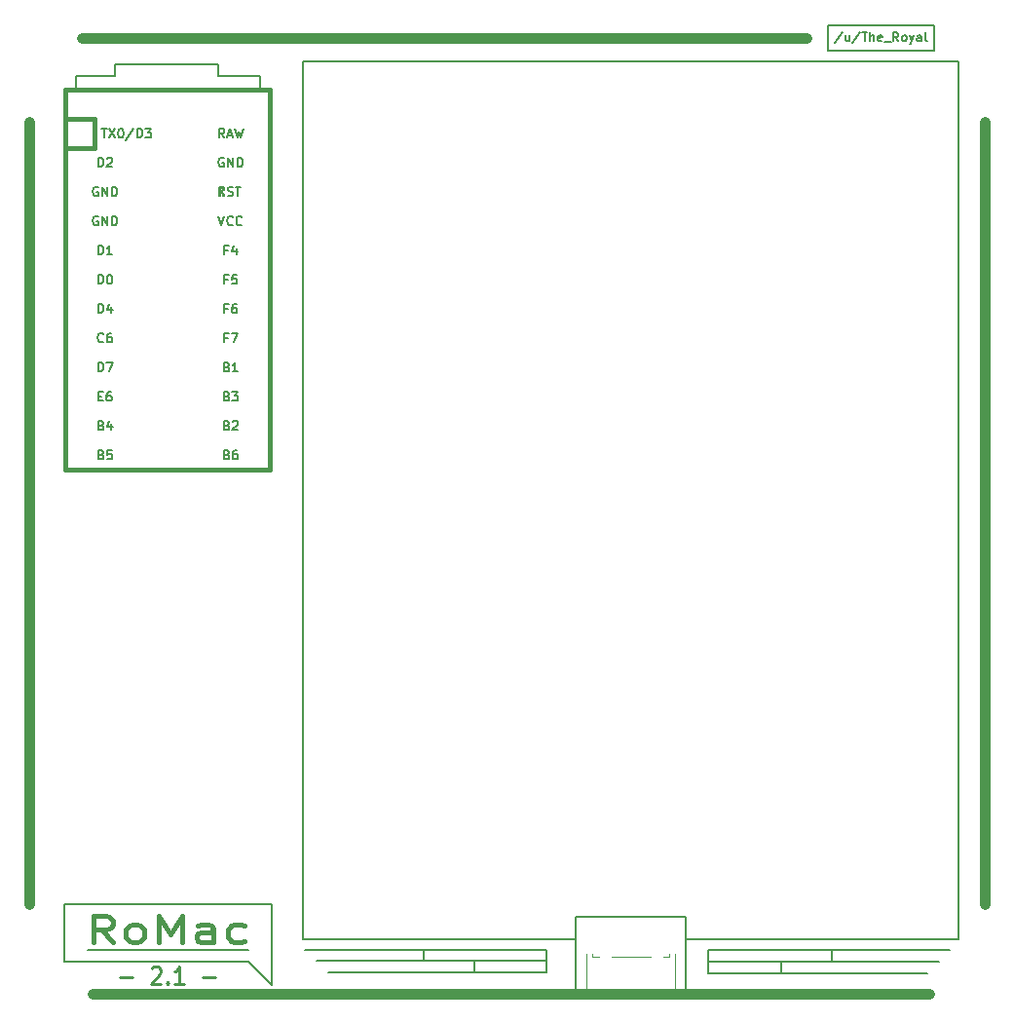
<source format=gbr>
G04 #@! TF.GenerationSoftware,KiCad,Pcbnew,(5.1.2)-1*
G04 #@! TF.CreationDate,2019-05-28T21:20:31-05:00*
G04 #@! TF.ProjectId,Main_PCB_MXALPSCHOC,4d61696e-5f50-4434-925f-4d58414c5053,rev?*
G04 #@! TF.SameCoordinates,Original*
G04 #@! TF.FileFunction,Legend,Top*
G04 #@! TF.FilePolarity,Positive*
%FSLAX46Y46*%
G04 Gerber Fmt 4.6, Leading zero omitted, Abs format (unit mm)*
G04 Created by KiCad (PCBNEW (5.1.2)-1) date 2019-05-28 21:20:31*
%MOMM*%
%LPD*%
G04 APERTURE LIST*
%ADD10C,0.200000*%
%ADD11C,0.962000*%
%ADD12C,0.248000*%
%ADD13C,0.140050*%
%ADD14C,0.453740*%
%ADD15C,0.381000*%
%ADD16C,0.100000*%
%ADD17C,0.150000*%
%ADD18C,0.120000*%
G04 APERTURE END LIST*
D10*
X47000000Y-56000000D02*
X47000000Y-57200000D01*
X63000000Y-56000000D02*
X63000000Y-57200000D01*
X50400000Y-55000000D02*
X50400000Y-56000000D01*
X59400000Y-55000000D02*
X50400000Y-55000000D01*
X59400000Y-56000000D02*
X59400000Y-55000000D01*
X50400000Y-56000000D02*
X47000000Y-56000000D01*
X63000000Y-56000000D02*
X59400000Y-56000000D01*
X87950000Y-132934560D02*
X67950000Y-132934560D01*
X87950000Y-131934560D02*
X66950000Y-131934560D01*
X81650000Y-132934560D02*
X81650000Y-133934560D01*
X77250000Y-131934560D02*
X77250000Y-132934560D01*
X87950000Y-131934560D02*
X87950000Y-133934560D01*
X87950000Y-133934560D02*
X68950000Y-133934560D01*
X123750000Y-131000000D02*
X100050000Y-131000000D01*
X66750000Y-131050000D02*
X90450000Y-131050000D01*
X112700000Y-132000000D02*
X112700000Y-133000000D01*
X108300000Y-133000000D02*
X108300000Y-134000000D01*
X102000000Y-132000000D02*
X102000000Y-134000000D01*
X102000000Y-134000000D02*
X121000000Y-134000000D01*
X102000000Y-133000000D02*
X122000000Y-133000000D01*
X102000000Y-132000000D02*
X123000000Y-132000000D01*
X100000000Y-129050000D02*
X100000000Y-135400000D01*
X90450000Y-129050000D02*
X100000000Y-129050000D01*
X90450000Y-135350000D02*
X90450000Y-129050000D01*
X123750000Y-54750000D02*
X123750000Y-131000000D01*
X66750000Y-54750000D02*
X123750000Y-54750000D01*
X66750000Y-131000000D02*
X66750000Y-54750000D01*
X48000000Y-132000000D02*
X62000000Y-132000000D01*
X46000000Y-133000000D02*
X48000000Y-133000000D01*
X46000000Y-128000000D02*
X46000000Y-133000000D01*
X47000000Y-128000000D02*
X46000000Y-128000000D01*
X64000000Y-128000000D02*
X47000000Y-128000000D01*
X64000000Y-133000000D02*
X64000000Y-128000000D01*
X64000000Y-135000000D02*
X64000000Y-133000000D01*
X62000000Y-133000000D02*
X64000000Y-135000000D01*
X48000000Y-133000000D02*
X62000000Y-133000000D01*
D11*
X126000000Y-60000000D02*
X126000000Y-128000000D01*
X43000000Y-60000000D02*
X43000000Y-128000000D01*
X47500000Y-52750000D02*
X110509400Y-52750000D01*
D12*
X50871390Y-134357140D02*
X51936840Y-134357140D01*
X53601600Y-133571430D02*
X53668190Y-133500000D01*
X53668190Y-133500000D02*
X53801370Y-133428570D01*
X53801370Y-133428570D02*
X54134320Y-133428570D01*
X54134320Y-133428570D02*
X54267500Y-133500000D01*
X54267500Y-133500000D02*
X54334100Y-133571430D01*
X54334100Y-133571430D02*
X54400690Y-133714290D01*
X54400690Y-133714290D02*
X54400690Y-133857140D01*
X54400690Y-133857140D02*
X54334100Y-134071430D01*
X54334100Y-134071430D02*
X53535010Y-134928570D01*
X53535010Y-134928570D02*
X54400690Y-134928570D01*
X55000000Y-134785710D02*
X55066590Y-134857140D01*
X55066590Y-134857140D02*
X55000000Y-134928570D01*
X55000000Y-134928570D02*
X54933410Y-134857140D01*
X54933410Y-134857140D02*
X55000000Y-134785710D01*
X55000000Y-134785710D02*
X55000000Y-134928570D01*
X56398400Y-134928570D02*
X55599310Y-134928570D01*
X55998860Y-134928570D02*
X55998860Y-133428570D01*
X55998860Y-133428570D02*
X55865680Y-133642860D01*
X55865680Y-133642860D02*
X55732500Y-133785710D01*
X55732500Y-133785710D02*
X55599310Y-133857140D01*
X58063160Y-134357140D02*
X59128610Y-134357140D01*
D10*
X112400000Y-51650000D02*
X112400000Y-53850000D01*
X121600000Y-51650000D02*
X112400000Y-51650000D01*
X121600000Y-53850000D02*
X121600000Y-51650000D01*
X112400000Y-53850000D02*
X121600000Y-53850000D01*
D13*
X113656990Y-52210710D02*
X112980880Y-53159570D01*
X114257980Y-52491860D02*
X114257980Y-52983860D01*
X113919920Y-52491860D02*
X113919920Y-52878430D01*
X113919920Y-52878430D02*
X113957490Y-52948710D01*
X113957490Y-52948710D02*
X114032610Y-52983860D01*
X114032610Y-52983860D02*
X114145300Y-52983860D01*
X114145300Y-52983860D02*
X114220420Y-52948710D01*
X114220420Y-52948710D02*
X114257980Y-52913570D01*
X115197030Y-52210710D02*
X114520910Y-53159570D01*
X115347280Y-52245860D02*
X115798020Y-52245860D01*
X115572650Y-52983860D02*
X115572650Y-52245860D01*
X116060950Y-52983860D02*
X116060950Y-52245860D01*
X116399010Y-52983860D02*
X116399010Y-52597290D01*
X116399010Y-52597290D02*
X116361450Y-52527000D01*
X116361450Y-52527000D02*
X116286320Y-52491860D01*
X116286320Y-52491860D02*
X116173640Y-52491860D01*
X116173640Y-52491860D02*
X116098510Y-52527000D01*
X116098510Y-52527000D02*
X116060950Y-52562140D01*
X117075120Y-52948710D02*
X117000000Y-52983860D01*
X117000000Y-52983860D02*
X116849750Y-52983860D01*
X116849750Y-52983860D02*
X116774630Y-52948710D01*
X116774630Y-52948710D02*
X116737070Y-52878430D01*
X116737070Y-52878430D02*
X116737070Y-52597290D01*
X116737070Y-52597290D02*
X116774630Y-52527000D01*
X116774630Y-52527000D02*
X116849750Y-52491860D01*
X116849750Y-52491860D02*
X117000000Y-52491860D01*
X117000000Y-52491860D02*
X117075120Y-52527000D01*
X117075120Y-52527000D02*
X117112690Y-52597290D01*
X117112690Y-52597290D02*
X117112690Y-52667570D01*
X117112690Y-52667570D02*
X116737070Y-52737860D01*
X117262930Y-53054140D02*
X117863920Y-53054140D01*
X118502480Y-52983860D02*
X118239540Y-52632430D01*
X118051730Y-52983860D02*
X118051730Y-52245860D01*
X118051730Y-52245860D02*
X118352230Y-52245860D01*
X118352230Y-52245860D02*
X118427350Y-52281000D01*
X118427350Y-52281000D02*
X118464910Y-52316140D01*
X118464910Y-52316140D02*
X118502480Y-52386430D01*
X118502480Y-52386430D02*
X118502480Y-52491860D01*
X118502480Y-52491860D02*
X118464910Y-52562140D01*
X118464910Y-52562140D02*
X118427350Y-52597290D01*
X118427350Y-52597290D02*
X118352230Y-52632430D01*
X118352230Y-52632430D02*
X118051730Y-52632430D01*
X118953220Y-52983860D02*
X118878100Y-52948710D01*
X118878100Y-52948710D02*
X118840530Y-52913570D01*
X118840530Y-52913570D02*
X118802970Y-52843290D01*
X118802970Y-52843290D02*
X118802970Y-52632430D01*
X118802970Y-52632430D02*
X118840530Y-52562140D01*
X118840530Y-52562140D02*
X118878100Y-52527000D01*
X118878100Y-52527000D02*
X118953220Y-52491860D01*
X118953220Y-52491860D02*
X119065900Y-52491860D01*
X119065900Y-52491860D02*
X119141030Y-52527000D01*
X119141030Y-52527000D02*
X119178590Y-52562140D01*
X119178590Y-52562140D02*
X119216150Y-52632430D01*
X119216150Y-52632430D02*
X119216150Y-52843290D01*
X119216150Y-52843290D02*
X119178590Y-52913570D01*
X119178590Y-52913570D02*
X119141030Y-52948710D01*
X119141030Y-52948710D02*
X119065900Y-52983860D01*
X119065900Y-52983860D02*
X118953220Y-52983860D01*
X119479090Y-52491860D02*
X119666900Y-52983860D01*
X119854700Y-52491860D02*
X119666900Y-52983860D01*
X119666900Y-52983860D02*
X119591770Y-53159570D01*
X119591770Y-53159570D02*
X119554210Y-53194710D01*
X119554210Y-53194710D02*
X119479090Y-53229860D01*
X120493260Y-52983860D02*
X120493260Y-52597290D01*
X120493260Y-52597290D02*
X120455700Y-52527000D01*
X120455700Y-52527000D02*
X120380570Y-52491860D01*
X120380570Y-52491860D02*
X120230320Y-52491860D01*
X120230320Y-52491860D02*
X120155200Y-52527000D01*
X120493260Y-52948710D02*
X120418130Y-52983860D01*
X120418130Y-52983860D02*
X120230320Y-52983860D01*
X120230320Y-52983860D02*
X120155200Y-52948710D01*
X120155200Y-52948710D02*
X120117640Y-52878430D01*
X120117640Y-52878430D02*
X120117640Y-52808140D01*
X120117640Y-52808140D02*
X120155200Y-52737860D01*
X120155200Y-52737860D02*
X120230320Y-52702710D01*
X120230320Y-52702710D02*
X120418130Y-52702710D01*
X120418130Y-52702710D02*
X120493260Y-52667570D01*
X120981560Y-52983860D02*
X120906440Y-52948710D01*
X120906440Y-52948710D02*
X120868880Y-52878430D01*
X120868880Y-52878430D02*
X120868880Y-52245860D01*
D11*
X48450000Y-135800000D02*
X121200000Y-135800000D01*
D14*
X50222370Y-131273290D02*
X49222840Y-130196140D01*
X48508880Y-131273290D02*
X48508880Y-129011290D01*
X48508880Y-129011290D02*
X49651210Y-129011290D01*
X49651210Y-129011290D02*
X49936790Y-129119000D01*
X49936790Y-129119000D02*
X50079580Y-129226710D01*
X50079580Y-129226710D02*
X50222370Y-129442140D01*
X50222370Y-129442140D02*
X50222370Y-129765290D01*
X50222370Y-129765290D02*
X50079580Y-129980710D01*
X50079580Y-129980710D02*
X49936790Y-130088430D01*
X49936790Y-130088430D02*
X49651210Y-130196140D01*
X49651210Y-130196140D02*
X48508880Y-130196140D01*
X51935850Y-131273290D02*
X51650270Y-131165570D01*
X51650270Y-131165570D02*
X51507480Y-131057860D01*
X51507480Y-131057860D02*
X51364690Y-130842430D01*
X51364690Y-130842430D02*
X51364690Y-130196140D01*
X51364690Y-130196140D02*
X51507480Y-129980710D01*
X51507480Y-129980710D02*
X51650270Y-129873000D01*
X51650270Y-129873000D02*
X51935850Y-129765290D01*
X51935850Y-129765290D02*
X52364230Y-129765290D01*
X52364230Y-129765290D02*
X52649810Y-129873000D01*
X52649810Y-129873000D02*
X52792600Y-129980710D01*
X52792600Y-129980710D02*
X52935390Y-130196140D01*
X52935390Y-130196140D02*
X52935390Y-130842430D01*
X52935390Y-130842430D02*
X52792600Y-131057860D01*
X52792600Y-131057860D02*
X52649810Y-131165570D01*
X52649810Y-131165570D02*
X52364230Y-131273290D01*
X52364230Y-131273290D02*
X51935850Y-131273290D01*
X54220500Y-131273290D02*
X54220500Y-129011290D01*
X54220500Y-129011290D02*
X55220040Y-130627000D01*
X55220040Y-130627000D02*
X56219570Y-129011290D01*
X56219570Y-129011290D02*
X56219570Y-131273290D01*
X58932590Y-131273290D02*
X58932590Y-130088430D01*
X58932590Y-130088430D02*
X58789800Y-129873000D01*
X58789800Y-129873000D02*
X58504220Y-129765290D01*
X58504220Y-129765290D02*
X57933050Y-129765290D01*
X57933050Y-129765290D02*
X57647470Y-129873000D01*
X58932590Y-131165570D02*
X58647010Y-131273290D01*
X58647010Y-131273290D02*
X57933050Y-131273290D01*
X57933050Y-131273290D02*
X57647470Y-131165570D01*
X57647470Y-131165570D02*
X57504680Y-130950140D01*
X57504680Y-130950140D02*
X57504680Y-130734710D01*
X57504680Y-130734710D02*
X57647470Y-130519290D01*
X57647470Y-130519290D02*
X57933050Y-130411570D01*
X57933050Y-130411570D02*
X58647010Y-130411570D01*
X58647010Y-130411570D02*
X58932590Y-130303860D01*
X61645610Y-131165570D02*
X61360030Y-131273290D01*
X61360030Y-131273290D02*
X60788860Y-131273290D01*
X60788860Y-131273290D02*
X60503280Y-131165570D01*
X60503280Y-131165570D02*
X60360490Y-131057860D01*
X60360490Y-131057860D02*
X60217700Y-130842430D01*
X60217700Y-130842430D02*
X60217700Y-130196140D01*
X60217700Y-130196140D02*
X60360490Y-129980710D01*
X60360490Y-129980710D02*
X60503280Y-129873000D01*
X60503280Y-129873000D02*
X60788860Y-129765290D01*
X60788860Y-129765290D02*
X61360030Y-129765290D01*
X61360030Y-129765290D02*
X61645610Y-129873000D01*
D15*
X46110000Y-59760000D02*
X46110000Y-90240000D01*
X46110000Y-90240000D02*
X63890000Y-90240000D01*
X63890000Y-90240000D02*
X63890000Y-59760000D01*
X48650000Y-59760000D02*
X48650000Y-62300000D01*
X48650000Y-62300000D02*
X46110000Y-62300000D01*
D16*
G36*
X59931570Y-65939360D02*
G01*
X59831570Y-65939360D01*
X59831570Y-65639360D01*
X59931570Y-65639360D01*
X59931570Y-65939360D01*
G37*
D17*
X59931570Y-65639360D02*
X59931570Y-65939360D01*
X59931570Y-65939360D02*
X59831570Y-65939360D01*
X59831570Y-65939360D02*
X59831570Y-65639360D01*
X59831570Y-65639360D02*
X59931570Y-65639360D01*
D16*
G36*
X59731570Y-66139360D02*
G01*
X59631570Y-66139360D01*
X59631570Y-66039360D01*
X59731570Y-66039360D01*
X59731570Y-66139360D01*
G37*
D17*
X59731570Y-66039360D02*
X59731570Y-66139360D01*
X59731570Y-66139360D02*
X59631570Y-66139360D01*
X59631570Y-66139360D02*
X59631570Y-66039360D01*
X59631570Y-66039360D02*
X59731570Y-66039360D01*
D16*
G36*
X59931570Y-65739360D02*
G01*
X59431570Y-65739360D01*
X59431570Y-65639360D01*
X59931570Y-65639360D01*
X59931570Y-65739360D01*
G37*
D17*
X59931570Y-65639360D02*
X59931570Y-65739360D01*
X59931570Y-65739360D02*
X59431570Y-65739360D01*
X59431570Y-65739360D02*
X59431570Y-65639360D01*
X59431570Y-65639360D02*
X59931570Y-65639360D01*
D16*
G36*
X59531570Y-66439360D02*
G01*
X59431570Y-66439360D01*
X59431570Y-65639360D01*
X59531570Y-65639360D01*
X59531570Y-66439360D01*
G37*
D17*
X59531570Y-65639360D02*
X59531570Y-66439360D01*
X59531570Y-66439360D02*
X59431570Y-66439360D01*
X59431570Y-66439360D02*
X59431570Y-65639360D01*
X59431570Y-65639360D02*
X59531570Y-65639360D01*
D16*
G36*
X59931570Y-66439360D02*
G01*
X59831570Y-66439360D01*
X59831570Y-66239360D01*
X59931570Y-66239360D01*
X59931570Y-66439360D01*
G37*
D17*
X59931570Y-66239360D02*
X59931570Y-66439360D01*
X59931570Y-66439360D02*
X59831570Y-66439360D01*
X59831570Y-66439360D02*
X59831570Y-66239360D01*
X59831570Y-66239360D02*
X59931570Y-66239360D01*
D15*
X63890000Y-59760000D02*
X63890000Y-57220000D01*
X63890000Y-57220000D02*
X46110000Y-57220000D01*
X46110000Y-57220000D02*
X46110000Y-59760000D01*
X48650000Y-59760000D02*
X46110000Y-59760000D01*
D18*
X98590000Y-132530000D02*
X98590000Y-132300000D01*
X99110000Y-136200000D02*
X91390000Y-136200000D01*
X91390000Y-136200000D02*
X91390000Y-132300000D01*
X99110000Y-136200000D02*
X99110000Y-132300000D01*
X91910000Y-132530000D02*
X91910000Y-132300000D01*
X92450000Y-132530000D02*
X91910000Y-132530000D01*
X98590000Y-132530000D02*
X98050000Y-132530000D01*
X96950000Y-132530000D02*
X93550000Y-132530000D01*
D17*
X60137190Y-86372860D02*
X60251480Y-86410950D01*
X60251480Y-86410950D02*
X60289570Y-86449050D01*
X60289570Y-86449050D02*
X60327670Y-86525240D01*
X60327670Y-86525240D02*
X60327670Y-86639520D01*
X60327670Y-86639520D02*
X60289570Y-86715710D01*
X60289570Y-86715710D02*
X60251480Y-86753810D01*
X60251480Y-86753810D02*
X60175290Y-86791900D01*
X60175290Y-86791900D02*
X59870520Y-86791900D01*
X59870520Y-86791900D02*
X59870520Y-85991900D01*
X59870520Y-85991900D02*
X60137190Y-85991900D01*
X60137190Y-85991900D02*
X60213380Y-86030000D01*
X60213380Y-86030000D02*
X60251480Y-86068100D01*
X60251480Y-86068100D02*
X60289570Y-86144290D01*
X60289570Y-86144290D02*
X60289570Y-86220480D01*
X60289570Y-86220480D02*
X60251480Y-86296670D01*
X60251480Y-86296670D02*
X60213380Y-86334760D01*
X60213380Y-86334760D02*
X60137190Y-86372860D01*
X60137190Y-86372860D02*
X59870520Y-86372860D01*
X60632430Y-86068100D02*
X60670520Y-86030000D01*
X60670520Y-86030000D02*
X60746710Y-85991900D01*
X60746710Y-85991900D02*
X60937190Y-85991900D01*
X60937190Y-85991900D02*
X61013380Y-86030000D01*
X61013380Y-86030000D02*
X61051480Y-86068100D01*
X61051480Y-86068100D02*
X61089570Y-86144290D01*
X61089570Y-86144290D02*
X61089570Y-86220480D01*
X61089570Y-86220480D02*
X61051480Y-86334760D01*
X61051480Y-86334760D02*
X60594330Y-86791900D01*
X60594330Y-86791900D02*
X61089570Y-86791900D01*
X60194330Y-78752860D02*
X59927670Y-78752860D01*
X59927670Y-79171900D02*
X59927670Y-78371900D01*
X59927670Y-78371900D02*
X60308620Y-78371900D01*
X60537190Y-78371900D02*
X61070520Y-78371900D01*
X61070520Y-78371900D02*
X60727670Y-79171900D01*
X60194330Y-76212860D02*
X59927670Y-76212860D01*
X59927670Y-76631900D02*
X59927670Y-75831900D01*
X59927670Y-75831900D02*
X60308620Y-75831900D01*
X60956240Y-75831900D02*
X60803860Y-75831900D01*
X60803860Y-75831900D02*
X60727670Y-75870000D01*
X60727670Y-75870000D02*
X60689570Y-75908100D01*
X60689570Y-75908100D02*
X60613380Y-76022380D01*
X60613380Y-76022380D02*
X60575290Y-76174760D01*
X60575290Y-76174760D02*
X60575290Y-76479520D01*
X60575290Y-76479520D02*
X60613380Y-76555710D01*
X60613380Y-76555710D02*
X60651480Y-76593810D01*
X60651480Y-76593810D02*
X60727670Y-76631900D01*
X60727670Y-76631900D02*
X60880050Y-76631900D01*
X60880050Y-76631900D02*
X60956240Y-76593810D01*
X60956240Y-76593810D02*
X60994330Y-76555710D01*
X60994330Y-76555710D02*
X61032430Y-76479520D01*
X61032430Y-76479520D02*
X61032430Y-76289050D01*
X61032430Y-76289050D02*
X60994330Y-76212860D01*
X60994330Y-76212860D02*
X60956240Y-76174760D01*
X60956240Y-76174760D02*
X60880050Y-76136670D01*
X60880050Y-76136670D02*
X60727670Y-76136670D01*
X60727670Y-76136670D02*
X60651480Y-76174760D01*
X60651480Y-76174760D02*
X60613380Y-76212860D01*
X60613380Y-76212860D02*
X60575290Y-76289050D01*
X60194330Y-73672860D02*
X59927670Y-73672860D01*
X59927670Y-74091900D02*
X59927670Y-73291900D01*
X59927670Y-73291900D02*
X60308620Y-73291900D01*
X60994330Y-73291900D02*
X60613380Y-73291900D01*
X60613380Y-73291900D02*
X60575290Y-73672860D01*
X60575290Y-73672860D02*
X60613380Y-73634760D01*
X60613380Y-73634760D02*
X60689570Y-73596670D01*
X60689570Y-73596670D02*
X60880050Y-73596670D01*
X60880050Y-73596670D02*
X60956240Y-73634760D01*
X60956240Y-73634760D02*
X60994330Y-73672860D01*
X60994330Y-73672860D02*
X61032430Y-73749050D01*
X61032430Y-73749050D02*
X61032430Y-73939520D01*
X61032430Y-73939520D02*
X60994330Y-74015710D01*
X60994330Y-74015710D02*
X60956240Y-74053810D01*
X60956240Y-74053810D02*
X60880050Y-74091900D01*
X60880050Y-74091900D02*
X60689570Y-74091900D01*
X60689570Y-74091900D02*
X60613380Y-74053810D01*
X60613380Y-74053810D02*
X60575290Y-74015710D01*
X59908620Y-61391900D02*
X59641950Y-61010950D01*
X59451480Y-61391900D02*
X59451480Y-60591900D01*
X59451480Y-60591900D02*
X59756240Y-60591900D01*
X59756240Y-60591900D02*
X59832430Y-60630000D01*
X59832430Y-60630000D02*
X59870520Y-60668100D01*
X59870520Y-60668100D02*
X59908620Y-60744290D01*
X59908620Y-60744290D02*
X59908620Y-60858570D01*
X59908620Y-60858570D02*
X59870520Y-60934760D01*
X59870520Y-60934760D02*
X59832430Y-60972860D01*
X59832430Y-60972860D02*
X59756240Y-61010950D01*
X59756240Y-61010950D02*
X59451480Y-61010950D01*
X60213380Y-61163330D02*
X60594330Y-61163330D01*
X60137190Y-61391900D02*
X60403860Y-60591900D01*
X60403860Y-60591900D02*
X60670520Y-61391900D01*
X60861000Y-60591900D02*
X61051480Y-61391900D01*
X61051480Y-61391900D02*
X61203860Y-60820480D01*
X61203860Y-60820480D02*
X61356240Y-61391900D01*
X61356240Y-61391900D02*
X61546710Y-60591900D01*
X59851480Y-63170000D02*
X59775290Y-63131900D01*
X59775290Y-63131900D02*
X59661000Y-63131900D01*
X59661000Y-63131900D02*
X59546710Y-63170000D01*
X59546710Y-63170000D02*
X59470520Y-63246190D01*
X59470520Y-63246190D02*
X59432430Y-63322380D01*
X59432430Y-63322380D02*
X59394330Y-63474760D01*
X59394330Y-63474760D02*
X59394330Y-63589050D01*
X59394330Y-63589050D02*
X59432430Y-63741430D01*
X59432430Y-63741430D02*
X59470520Y-63817620D01*
X59470520Y-63817620D02*
X59546710Y-63893810D01*
X59546710Y-63893810D02*
X59661000Y-63931900D01*
X59661000Y-63931900D02*
X59737190Y-63931900D01*
X59737190Y-63931900D02*
X59851480Y-63893810D01*
X59851480Y-63893810D02*
X59889570Y-63855710D01*
X59889570Y-63855710D02*
X59889570Y-63589050D01*
X59889570Y-63589050D02*
X59737190Y-63589050D01*
X60232430Y-63931900D02*
X60232430Y-63131900D01*
X60232430Y-63131900D02*
X60689570Y-63931900D01*
X60689570Y-63931900D02*
X60689570Y-63131900D01*
X61070520Y-63931900D02*
X61070520Y-63131900D01*
X61070520Y-63131900D02*
X61261000Y-63131900D01*
X61261000Y-63131900D02*
X61375290Y-63170000D01*
X61375290Y-63170000D02*
X61451480Y-63246190D01*
X61451480Y-63246190D02*
X61489570Y-63322380D01*
X61489570Y-63322380D02*
X61527670Y-63474760D01*
X61527670Y-63474760D02*
X61527670Y-63589050D01*
X61527670Y-63589050D02*
X61489570Y-63741430D01*
X61489570Y-63741430D02*
X61451480Y-63817620D01*
X61451480Y-63817620D02*
X61375290Y-63893810D01*
X61375290Y-63893810D02*
X61261000Y-63931900D01*
X61261000Y-63931900D02*
X61070520Y-63931900D01*
X60199790Y-66403810D02*
X60314070Y-66441900D01*
X60314070Y-66441900D02*
X60504550Y-66441900D01*
X60504550Y-66441900D02*
X60580740Y-66403810D01*
X60580740Y-66403810D02*
X60618830Y-66365710D01*
X60618830Y-66365710D02*
X60656930Y-66289520D01*
X60656930Y-66289520D02*
X60656930Y-66213330D01*
X60656930Y-66213330D02*
X60618830Y-66137140D01*
X60618830Y-66137140D02*
X60580740Y-66099050D01*
X60580740Y-66099050D02*
X60504550Y-66060950D01*
X60504550Y-66060950D02*
X60352170Y-66022860D01*
X60352170Y-66022860D02*
X60275980Y-65984760D01*
X60275980Y-65984760D02*
X60237880Y-65946670D01*
X60237880Y-65946670D02*
X60199790Y-65870480D01*
X60199790Y-65870480D02*
X60199790Y-65794290D01*
X60199790Y-65794290D02*
X60237880Y-65718100D01*
X60237880Y-65718100D02*
X60275980Y-65680000D01*
X60275980Y-65680000D02*
X60352170Y-65641900D01*
X60352170Y-65641900D02*
X60542640Y-65641900D01*
X60542640Y-65641900D02*
X60656930Y-65680000D01*
X60885500Y-65641900D02*
X61342640Y-65641900D01*
X61114070Y-66441900D02*
X61114070Y-65641900D01*
X59394330Y-68211900D02*
X59661000Y-69011900D01*
X59661000Y-69011900D02*
X59927670Y-68211900D01*
X60651480Y-68935710D02*
X60613380Y-68973810D01*
X60613380Y-68973810D02*
X60499100Y-69011900D01*
X60499100Y-69011900D02*
X60422900Y-69011900D01*
X60422900Y-69011900D02*
X60308620Y-68973810D01*
X60308620Y-68973810D02*
X60232430Y-68897620D01*
X60232430Y-68897620D02*
X60194330Y-68821430D01*
X60194330Y-68821430D02*
X60156240Y-68669050D01*
X60156240Y-68669050D02*
X60156240Y-68554760D01*
X60156240Y-68554760D02*
X60194330Y-68402380D01*
X60194330Y-68402380D02*
X60232430Y-68326190D01*
X60232430Y-68326190D02*
X60308620Y-68250000D01*
X60308620Y-68250000D02*
X60422900Y-68211900D01*
X60422900Y-68211900D02*
X60499100Y-68211900D01*
X60499100Y-68211900D02*
X60613380Y-68250000D01*
X60613380Y-68250000D02*
X60651480Y-68288100D01*
X61451480Y-68935710D02*
X61413380Y-68973810D01*
X61413380Y-68973810D02*
X61299100Y-69011900D01*
X61299100Y-69011900D02*
X61222900Y-69011900D01*
X61222900Y-69011900D02*
X61108620Y-68973810D01*
X61108620Y-68973810D02*
X61032430Y-68897620D01*
X61032430Y-68897620D02*
X60994330Y-68821430D01*
X60994330Y-68821430D02*
X60956240Y-68669050D01*
X60956240Y-68669050D02*
X60956240Y-68554760D01*
X60956240Y-68554760D02*
X60994330Y-68402380D01*
X60994330Y-68402380D02*
X61032430Y-68326190D01*
X61032430Y-68326190D02*
X61108620Y-68250000D01*
X61108620Y-68250000D02*
X61222900Y-68211900D01*
X61222900Y-68211900D02*
X61299100Y-68211900D01*
X61299100Y-68211900D02*
X61413380Y-68250000D01*
X61413380Y-68250000D02*
X61451480Y-68288100D01*
X60194330Y-71132860D02*
X59927670Y-71132860D01*
X59927670Y-71551900D02*
X59927670Y-70751900D01*
X59927670Y-70751900D02*
X60308620Y-70751900D01*
X60956240Y-71018570D02*
X60956240Y-71551900D01*
X60765760Y-70713810D02*
X60575290Y-71285240D01*
X60575290Y-71285240D02*
X61070520Y-71285240D01*
X60137190Y-81292860D02*
X60251480Y-81330950D01*
X60251480Y-81330950D02*
X60289570Y-81369050D01*
X60289570Y-81369050D02*
X60327670Y-81445240D01*
X60327670Y-81445240D02*
X60327670Y-81559520D01*
X60327670Y-81559520D02*
X60289570Y-81635710D01*
X60289570Y-81635710D02*
X60251480Y-81673810D01*
X60251480Y-81673810D02*
X60175290Y-81711900D01*
X60175290Y-81711900D02*
X59870520Y-81711900D01*
X59870520Y-81711900D02*
X59870520Y-80911900D01*
X59870520Y-80911900D02*
X60137190Y-80911900D01*
X60137190Y-80911900D02*
X60213380Y-80950000D01*
X60213380Y-80950000D02*
X60251480Y-80988100D01*
X60251480Y-80988100D02*
X60289570Y-81064290D01*
X60289570Y-81064290D02*
X60289570Y-81140480D01*
X60289570Y-81140480D02*
X60251480Y-81216670D01*
X60251480Y-81216670D02*
X60213380Y-81254760D01*
X60213380Y-81254760D02*
X60137190Y-81292860D01*
X60137190Y-81292860D02*
X59870520Y-81292860D01*
X61089570Y-81711900D02*
X60632430Y-81711900D01*
X60861000Y-81711900D02*
X60861000Y-80911900D01*
X60861000Y-80911900D02*
X60784810Y-81026190D01*
X60784810Y-81026190D02*
X60708620Y-81102380D01*
X60708620Y-81102380D02*
X60632430Y-81140480D01*
X60137190Y-83832860D02*
X60251480Y-83870950D01*
X60251480Y-83870950D02*
X60289570Y-83909050D01*
X60289570Y-83909050D02*
X60327670Y-83985240D01*
X60327670Y-83985240D02*
X60327670Y-84099520D01*
X60327670Y-84099520D02*
X60289570Y-84175710D01*
X60289570Y-84175710D02*
X60251480Y-84213810D01*
X60251480Y-84213810D02*
X60175290Y-84251900D01*
X60175290Y-84251900D02*
X59870520Y-84251900D01*
X59870520Y-84251900D02*
X59870520Y-83451900D01*
X59870520Y-83451900D02*
X60137190Y-83451900D01*
X60137190Y-83451900D02*
X60213380Y-83490000D01*
X60213380Y-83490000D02*
X60251480Y-83528100D01*
X60251480Y-83528100D02*
X60289570Y-83604290D01*
X60289570Y-83604290D02*
X60289570Y-83680480D01*
X60289570Y-83680480D02*
X60251480Y-83756670D01*
X60251480Y-83756670D02*
X60213380Y-83794760D01*
X60213380Y-83794760D02*
X60137190Y-83832860D01*
X60137190Y-83832860D02*
X59870520Y-83832860D01*
X60594330Y-83451900D02*
X61089570Y-83451900D01*
X61089570Y-83451900D02*
X60822900Y-83756670D01*
X60822900Y-83756670D02*
X60937190Y-83756670D01*
X60937190Y-83756670D02*
X61013380Y-83794760D01*
X61013380Y-83794760D02*
X61051480Y-83832860D01*
X61051480Y-83832860D02*
X61089570Y-83909050D01*
X61089570Y-83909050D02*
X61089570Y-84099520D01*
X61089570Y-84099520D02*
X61051480Y-84175710D01*
X61051480Y-84175710D02*
X61013380Y-84213810D01*
X61013380Y-84213810D02*
X60937190Y-84251900D01*
X60937190Y-84251900D02*
X60708620Y-84251900D01*
X60708620Y-84251900D02*
X60632430Y-84213810D01*
X60632430Y-84213810D02*
X60594330Y-84175710D01*
X60137190Y-88912860D02*
X60251480Y-88950950D01*
X60251480Y-88950950D02*
X60289570Y-88989050D01*
X60289570Y-88989050D02*
X60327670Y-89065240D01*
X60327670Y-89065240D02*
X60327670Y-89179520D01*
X60327670Y-89179520D02*
X60289570Y-89255710D01*
X60289570Y-89255710D02*
X60251480Y-89293810D01*
X60251480Y-89293810D02*
X60175290Y-89331900D01*
X60175290Y-89331900D02*
X59870520Y-89331900D01*
X59870520Y-89331900D02*
X59870520Y-88531900D01*
X59870520Y-88531900D02*
X60137190Y-88531900D01*
X60137190Y-88531900D02*
X60213380Y-88570000D01*
X60213380Y-88570000D02*
X60251480Y-88608100D01*
X60251480Y-88608100D02*
X60289570Y-88684290D01*
X60289570Y-88684290D02*
X60289570Y-88760480D01*
X60289570Y-88760480D02*
X60251480Y-88836670D01*
X60251480Y-88836670D02*
X60213380Y-88874760D01*
X60213380Y-88874760D02*
X60137190Y-88912860D01*
X60137190Y-88912860D02*
X59870520Y-88912860D01*
X61013380Y-88531900D02*
X60861000Y-88531900D01*
X60861000Y-88531900D02*
X60784810Y-88570000D01*
X60784810Y-88570000D02*
X60746710Y-88608100D01*
X60746710Y-88608100D02*
X60670520Y-88722380D01*
X60670520Y-88722380D02*
X60632430Y-88874760D01*
X60632430Y-88874760D02*
X60632430Y-89179520D01*
X60632430Y-89179520D02*
X60670520Y-89255710D01*
X60670520Y-89255710D02*
X60708620Y-89293810D01*
X60708620Y-89293810D02*
X60784810Y-89331900D01*
X60784810Y-89331900D02*
X60937190Y-89331900D01*
X60937190Y-89331900D02*
X61013380Y-89293810D01*
X61013380Y-89293810D02*
X61051480Y-89255710D01*
X61051480Y-89255710D02*
X61089570Y-89179520D01*
X61089570Y-89179520D02*
X61089570Y-88989050D01*
X61089570Y-88989050D02*
X61051480Y-88912860D01*
X61051480Y-88912860D02*
X61013380Y-88874760D01*
X61013380Y-88874760D02*
X60937190Y-88836670D01*
X60937190Y-88836670D02*
X60784810Y-88836670D01*
X60784810Y-88836670D02*
X60708620Y-88874760D01*
X60708620Y-88874760D02*
X60670520Y-88912860D01*
X60670520Y-88912860D02*
X60632430Y-88989050D01*
X49215190Y-88912860D02*
X49329480Y-88950950D01*
X49329480Y-88950950D02*
X49367570Y-88989050D01*
X49367570Y-88989050D02*
X49405670Y-89065240D01*
X49405670Y-89065240D02*
X49405670Y-89179520D01*
X49405670Y-89179520D02*
X49367570Y-89255710D01*
X49367570Y-89255710D02*
X49329480Y-89293810D01*
X49329480Y-89293810D02*
X49253290Y-89331900D01*
X49253290Y-89331900D02*
X48948520Y-89331900D01*
X48948520Y-89331900D02*
X48948520Y-88531900D01*
X48948520Y-88531900D02*
X49215190Y-88531900D01*
X49215190Y-88531900D02*
X49291380Y-88570000D01*
X49291380Y-88570000D02*
X49329480Y-88608100D01*
X49329480Y-88608100D02*
X49367570Y-88684290D01*
X49367570Y-88684290D02*
X49367570Y-88760480D01*
X49367570Y-88760480D02*
X49329480Y-88836670D01*
X49329480Y-88836670D02*
X49291380Y-88874760D01*
X49291380Y-88874760D02*
X49215190Y-88912860D01*
X49215190Y-88912860D02*
X48948520Y-88912860D01*
X50129480Y-88531900D02*
X49748520Y-88531900D01*
X49748520Y-88531900D02*
X49710430Y-88912860D01*
X49710430Y-88912860D02*
X49748520Y-88874760D01*
X49748520Y-88874760D02*
X49824710Y-88836670D01*
X49824710Y-88836670D02*
X50015190Y-88836670D01*
X50015190Y-88836670D02*
X50091380Y-88874760D01*
X50091380Y-88874760D02*
X50129480Y-88912860D01*
X50129480Y-88912860D02*
X50167570Y-88989050D01*
X50167570Y-88989050D02*
X50167570Y-89179520D01*
X50167570Y-89179520D02*
X50129480Y-89255710D01*
X50129480Y-89255710D02*
X50091380Y-89293810D01*
X50091380Y-89293810D02*
X50015190Y-89331900D01*
X50015190Y-89331900D02*
X49824710Y-89331900D01*
X49824710Y-89331900D02*
X49748520Y-89293810D01*
X49748520Y-89293810D02*
X49710430Y-89255710D01*
X49215190Y-86372860D02*
X49329480Y-86410950D01*
X49329480Y-86410950D02*
X49367570Y-86449050D01*
X49367570Y-86449050D02*
X49405670Y-86525240D01*
X49405670Y-86525240D02*
X49405670Y-86639520D01*
X49405670Y-86639520D02*
X49367570Y-86715710D01*
X49367570Y-86715710D02*
X49329480Y-86753810D01*
X49329480Y-86753810D02*
X49253290Y-86791900D01*
X49253290Y-86791900D02*
X48948520Y-86791900D01*
X48948520Y-86791900D02*
X48948520Y-85991900D01*
X48948520Y-85991900D02*
X49215190Y-85991900D01*
X49215190Y-85991900D02*
X49291380Y-86030000D01*
X49291380Y-86030000D02*
X49329480Y-86068100D01*
X49329480Y-86068100D02*
X49367570Y-86144290D01*
X49367570Y-86144290D02*
X49367570Y-86220480D01*
X49367570Y-86220480D02*
X49329480Y-86296670D01*
X49329480Y-86296670D02*
X49291380Y-86334760D01*
X49291380Y-86334760D02*
X49215190Y-86372860D01*
X49215190Y-86372860D02*
X48948520Y-86372860D01*
X50091380Y-86258570D02*
X50091380Y-86791900D01*
X49900900Y-85953810D02*
X49710430Y-86525240D01*
X49710430Y-86525240D02*
X50205670Y-86525240D01*
X48986620Y-83832860D02*
X49253290Y-83832860D01*
X49367570Y-84251900D02*
X48986620Y-84251900D01*
X48986620Y-84251900D02*
X48986620Y-83451900D01*
X48986620Y-83451900D02*
X49367570Y-83451900D01*
X50053290Y-83451900D02*
X49900900Y-83451900D01*
X49900900Y-83451900D02*
X49824710Y-83490000D01*
X49824710Y-83490000D02*
X49786620Y-83528100D01*
X49786620Y-83528100D02*
X49710430Y-83642380D01*
X49710430Y-83642380D02*
X49672330Y-83794760D01*
X49672330Y-83794760D02*
X49672330Y-84099520D01*
X49672330Y-84099520D02*
X49710430Y-84175710D01*
X49710430Y-84175710D02*
X49748520Y-84213810D01*
X49748520Y-84213810D02*
X49824710Y-84251900D01*
X49824710Y-84251900D02*
X49977100Y-84251900D01*
X49977100Y-84251900D02*
X50053290Y-84213810D01*
X50053290Y-84213810D02*
X50091380Y-84175710D01*
X50091380Y-84175710D02*
X50129480Y-84099520D01*
X50129480Y-84099520D02*
X50129480Y-83909050D01*
X50129480Y-83909050D02*
X50091380Y-83832860D01*
X50091380Y-83832860D02*
X50053290Y-83794760D01*
X50053290Y-83794760D02*
X49977100Y-83756670D01*
X49977100Y-83756670D02*
X49824710Y-83756670D01*
X49824710Y-83756670D02*
X49748520Y-83794760D01*
X49748520Y-83794760D02*
X49710430Y-83832860D01*
X49710430Y-83832860D02*
X49672330Y-83909050D01*
X48948520Y-81711900D02*
X48948520Y-80911900D01*
X48948520Y-80911900D02*
X49139000Y-80911900D01*
X49139000Y-80911900D02*
X49253290Y-80950000D01*
X49253290Y-80950000D02*
X49329480Y-81026190D01*
X49329480Y-81026190D02*
X49367570Y-81102380D01*
X49367570Y-81102380D02*
X49405670Y-81254760D01*
X49405670Y-81254760D02*
X49405670Y-81369050D01*
X49405670Y-81369050D02*
X49367570Y-81521430D01*
X49367570Y-81521430D02*
X49329480Y-81597620D01*
X49329480Y-81597620D02*
X49253290Y-81673810D01*
X49253290Y-81673810D02*
X49139000Y-81711900D01*
X49139000Y-81711900D02*
X48948520Y-81711900D01*
X49672330Y-80911900D02*
X50205670Y-80911900D01*
X50205670Y-80911900D02*
X49862810Y-81711900D01*
X49405670Y-79095710D02*
X49367570Y-79133810D01*
X49367570Y-79133810D02*
X49253290Y-79171900D01*
X49253290Y-79171900D02*
X49177100Y-79171900D01*
X49177100Y-79171900D02*
X49062810Y-79133810D01*
X49062810Y-79133810D02*
X48986620Y-79057620D01*
X48986620Y-79057620D02*
X48948520Y-78981430D01*
X48948520Y-78981430D02*
X48910430Y-78829050D01*
X48910430Y-78829050D02*
X48910430Y-78714760D01*
X48910430Y-78714760D02*
X48948520Y-78562380D01*
X48948520Y-78562380D02*
X48986620Y-78486190D01*
X48986620Y-78486190D02*
X49062810Y-78410000D01*
X49062810Y-78410000D02*
X49177100Y-78371900D01*
X49177100Y-78371900D02*
X49253290Y-78371900D01*
X49253290Y-78371900D02*
X49367570Y-78410000D01*
X49367570Y-78410000D02*
X49405670Y-78448100D01*
X50091380Y-78371900D02*
X49939000Y-78371900D01*
X49939000Y-78371900D02*
X49862810Y-78410000D01*
X49862810Y-78410000D02*
X49824710Y-78448100D01*
X49824710Y-78448100D02*
X49748520Y-78562380D01*
X49748520Y-78562380D02*
X49710430Y-78714760D01*
X49710430Y-78714760D02*
X49710430Y-79019520D01*
X49710430Y-79019520D02*
X49748520Y-79095710D01*
X49748520Y-79095710D02*
X49786620Y-79133810D01*
X49786620Y-79133810D02*
X49862810Y-79171900D01*
X49862810Y-79171900D02*
X50015190Y-79171900D01*
X50015190Y-79171900D02*
X50091380Y-79133810D01*
X50091380Y-79133810D02*
X50129480Y-79095710D01*
X50129480Y-79095710D02*
X50167570Y-79019520D01*
X50167570Y-79019520D02*
X50167570Y-78829050D01*
X50167570Y-78829050D02*
X50129480Y-78752860D01*
X50129480Y-78752860D02*
X50091380Y-78714760D01*
X50091380Y-78714760D02*
X50015190Y-78676670D01*
X50015190Y-78676670D02*
X49862810Y-78676670D01*
X49862810Y-78676670D02*
X49786620Y-78714760D01*
X49786620Y-78714760D02*
X49748520Y-78752860D01*
X49748520Y-78752860D02*
X49710430Y-78829050D01*
X48948520Y-76631900D02*
X48948520Y-75831900D01*
X48948520Y-75831900D02*
X49139000Y-75831900D01*
X49139000Y-75831900D02*
X49253290Y-75870000D01*
X49253290Y-75870000D02*
X49329480Y-75946190D01*
X49329480Y-75946190D02*
X49367570Y-76022380D01*
X49367570Y-76022380D02*
X49405670Y-76174760D01*
X49405670Y-76174760D02*
X49405670Y-76289050D01*
X49405670Y-76289050D02*
X49367570Y-76441430D01*
X49367570Y-76441430D02*
X49329480Y-76517620D01*
X49329480Y-76517620D02*
X49253290Y-76593810D01*
X49253290Y-76593810D02*
X49139000Y-76631900D01*
X49139000Y-76631900D02*
X48948520Y-76631900D01*
X50091380Y-76098570D02*
X50091380Y-76631900D01*
X49900900Y-75793810D02*
X49710430Y-76365240D01*
X49710430Y-76365240D02*
X50205670Y-76365240D01*
X48929480Y-65710000D02*
X48853290Y-65671900D01*
X48853290Y-65671900D02*
X48739000Y-65671900D01*
X48739000Y-65671900D02*
X48624710Y-65710000D01*
X48624710Y-65710000D02*
X48548520Y-65786190D01*
X48548520Y-65786190D02*
X48510430Y-65862380D01*
X48510430Y-65862380D02*
X48472330Y-66014760D01*
X48472330Y-66014760D02*
X48472330Y-66129050D01*
X48472330Y-66129050D02*
X48510430Y-66281430D01*
X48510430Y-66281430D02*
X48548520Y-66357620D01*
X48548520Y-66357620D02*
X48624710Y-66433810D01*
X48624710Y-66433810D02*
X48739000Y-66471900D01*
X48739000Y-66471900D02*
X48815190Y-66471900D01*
X48815190Y-66471900D02*
X48929480Y-66433810D01*
X48929480Y-66433810D02*
X48967570Y-66395710D01*
X48967570Y-66395710D02*
X48967570Y-66129050D01*
X48967570Y-66129050D02*
X48815190Y-66129050D01*
X49310430Y-66471900D02*
X49310430Y-65671900D01*
X49310430Y-65671900D02*
X49767570Y-66471900D01*
X49767570Y-66471900D02*
X49767570Y-65671900D01*
X50148520Y-66471900D02*
X50148520Y-65671900D01*
X50148520Y-65671900D02*
X50339000Y-65671900D01*
X50339000Y-65671900D02*
X50453290Y-65710000D01*
X50453290Y-65710000D02*
X50529480Y-65786190D01*
X50529480Y-65786190D02*
X50567570Y-65862380D01*
X50567570Y-65862380D02*
X50605670Y-66014760D01*
X50605670Y-66014760D02*
X50605670Y-66129050D01*
X50605670Y-66129050D02*
X50567570Y-66281430D01*
X50567570Y-66281430D02*
X50529480Y-66357620D01*
X50529480Y-66357620D02*
X50453290Y-66433810D01*
X50453290Y-66433810D02*
X50339000Y-66471900D01*
X50339000Y-66471900D02*
X50148520Y-66471900D01*
X48929480Y-68250000D02*
X48853290Y-68211900D01*
X48853290Y-68211900D02*
X48739000Y-68211900D01*
X48739000Y-68211900D02*
X48624710Y-68250000D01*
X48624710Y-68250000D02*
X48548520Y-68326190D01*
X48548520Y-68326190D02*
X48510430Y-68402380D01*
X48510430Y-68402380D02*
X48472330Y-68554760D01*
X48472330Y-68554760D02*
X48472330Y-68669050D01*
X48472330Y-68669050D02*
X48510430Y-68821430D01*
X48510430Y-68821430D02*
X48548520Y-68897620D01*
X48548520Y-68897620D02*
X48624710Y-68973810D01*
X48624710Y-68973810D02*
X48739000Y-69011900D01*
X48739000Y-69011900D02*
X48815190Y-69011900D01*
X48815190Y-69011900D02*
X48929480Y-68973810D01*
X48929480Y-68973810D02*
X48967570Y-68935710D01*
X48967570Y-68935710D02*
X48967570Y-68669050D01*
X48967570Y-68669050D02*
X48815190Y-68669050D01*
X49310430Y-69011900D02*
X49310430Y-68211900D01*
X49310430Y-68211900D02*
X49767570Y-69011900D01*
X49767570Y-69011900D02*
X49767570Y-68211900D01*
X50148520Y-69011900D02*
X50148520Y-68211900D01*
X50148520Y-68211900D02*
X50339000Y-68211900D01*
X50339000Y-68211900D02*
X50453290Y-68250000D01*
X50453290Y-68250000D02*
X50529480Y-68326190D01*
X50529480Y-68326190D02*
X50567570Y-68402380D01*
X50567570Y-68402380D02*
X50605670Y-68554760D01*
X50605670Y-68554760D02*
X50605670Y-68669050D01*
X50605670Y-68669050D02*
X50567570Y-68821430D01*
X50567570Y-68821430D02*
X50529480Y-68897620D01*
X50529480Y-68897620D02*
X50453290Y-68973810D01*
X50453290Y-68973810D02*
X50339000Y-69011900D01*
X50339000Y-69011900D02*
X50148520Y-69011900D01*
X48948520Y-71551900D02*
X48948520Y-70751900D01*
X48948520Y-70751900D02*
X49139000Y-70751900D01*
X49139000Y-70751900D02*
X49253290Y-70790000D01*
X49253290Y-70790000D02*
X49329480Y-70866190D01*
X49329480Y-70866190D02*
X49367570Y-70942380D01*
X49367570Y-70942380D02*
X49405670Y-71094760D01*
X49405670Y-71094760D02*
X49405670Y-71209050D01*
X49405670Y-71209050D02*
X49367570Y-71361430D01*
X49367570Y-71361430D02*
X49329480Y-71437620D01*
X49329480Y-71437620D02*
X49253290Y-71513810D01*
X49253290Y-71513810D02*
X49139000Y-71551900D01*
X49139000Y-71551900D02*
X48948520Y-71551900D01*
X50167570Y-71551900D02*
X49710430Y-71551900D01*
X49939000Y-71551900D02*
X49939000Y-70751900D01*
X49939000Y-70751900D02*
X49862810Y-70866190D01*
X49862810Y-70866190D02*
X49786620Y-70942380D01*
X49786620Y-70942380D02*
X49710430Y-70980480D01*
X48948520Y-74091900D02*
X48948520Y-73291900D01*
X48948520Y-73291900D02*
X49139000Y-73291900D01*
X49139000Y-73291900D02*
X49253290Y-73330000D01*
X49253290Y-73330000D02*
X49329480Y-73406190D01*
X49329480Y-73406190D02*
X49367570Y-73482380D01*
X49367570Y-73482380D02*
X49405670Y-73634760D01*
X49405670Y-73634760D02*
X49405670Y-73749050D01*
X49405670Y-73749050D02*
X49367570Y-73901430D01*
X49367570Y-73901430D02*
X49329480Y-73977620D01*
X49329480Y-73977620D02*
X49253290Y-74053810D01*
X49253290Y-74053810D02*
X49139000Y-74091900D01*
X49139000Y-74091900D02*
X48948520Y-74091900D01*
X49900900Y-73291900D02*
X49977100Y-73291900D01*
X49977100Y-73291900D02*
X50053290Y-73330000D01*
X50053290Y-73330000D02*
X50091380Y-73368100D01*
X50091380Y-73368100D02*
X50129480Y-73444290D01*
X50129480Y-73444290D02*
X50167570Y-73596670D01*
X50167570Y-73596670D02*
X50167570Y-73787140D01*
X50167570Y-73787140D02*
X50129480Y-73939520D01*
X50129480Y-73939520D02*
X50091380Y-74015710D01*
X50091380Y-74015710D02*
X50053290Y-74053810D01*
X50053290Y-74053810D02*
X49977100Y-74091900D01*
X49977100Y-74091900D02*
X49900900Y-74091900D01*
X49900900Y-74091900D02*
X49824710Y-74053810D01*
X49824710Y-74053810D02*
X49786620Y-74015710D01*
X49786620Y-74015710D02*
X49748520Y-73939520D01*
X49748520Y-73939520D02*
X49710430Y-73787140D01*
X49710430Y-73787140D02*
X49710430Y-73596670D01*
X49710430Y-73596670D02*
X49748520Y-73444290D01*
X49748520Y-73444290D02*
X49786620Y-73368100D01*
X49786620Y-73368100D02*
X49824710Y-73330000D01*
X49824710Y-73330000D02*
X49900900Y-73291900D01*
X48948520Y-63931900D02*
X48948520Y-63131900D01*
X48948520Y-63131900D02*
X49139000Y-63131900D01*
X49139000Y-63131900D02*
X49253290Y-63170000D01*
X49253290Y-63170000D02*
X49329480Y-63246190D01*
X49329480Y-63246190D02*
X49367570Y-63322380D01*
X49367570Y-63322380D02*
X49405670Y-63474760D01*
X49405670Y-63474760D02*
X49405670Y-63589050D01*
X49405670Y-63589050D02*
X49367570Y-63741430D01*
X49367570Y-63741430D02*
X49329480Y-63817620D01*
X49329480Y-63817620D02*
X49253290Y-63893810D01*
X49253290Y-63893810D02*
X49139000Y-63931900D01*
X49139000Y-63931900D02*
X48948520Y-63931900D01*
X49710430Y-63208100D02*
X49748520Y-63170000D01*
X49748520Y-63170000D02*
X49824710Y-63131900D01*
X49824710Y-63131900D02*
X50015190Y-63131900D01*
X50015190Y-63131900D02*
X50091380Y-63170000D01*
X50091380Y-63170000D02*
X50129480Y-63208100D01*
X50129480Y-63208100D02*
X50167570Y-63284290D01*
X50167570Y-63284290D02*
X50167570Y-63360480D01*
X50167570Y-63360480D02*
X50129480Y-63474760D01*
X50129480Y-63474760D02*
X49672330Y-63931900D01*
X49672330Y-63931900D02*
X50167570Y-63931900D01*
X49237650Y-60591900D02*
X49694790Y-60591900D01*
X49466220Y-61391900D02*
X49466220Y-60591900D01*
X49885270Y-60591900D02*
X50418600Y-61391900D01*
X50418600Y-60591900D02*
X49885270Y-61391900D01*
X50875750Y-60591900D02*
X50951940Y-60591900D01*
X50951940Y-60591900D02*
X51028130Y-60630000D01*
X51028130Y-60630000D02*
X51066220Y-60668100D01*
X51066220Y-60668100D02*
X51104320Y-60744290D01*
X51104320Y-60744290D02*
X51142410Y-60896670D01*
X51142410Y-60896670D02*
X51142410Y-61087140D01*
X51142410Y-61087140D02*
X51104320Y-61239520D01*
X51104320Y-61239520D02*
X51066220Y-61315710D01*
X51066220Y-61315710D02*
X51028130Y-61353810D01*
X51028130Y-61353810D02*
X50951940Y-61391900D01*
X50951940Y-61391900D02*
X50875750Y-61391900D01*
X50875750Y-61391900D02*
X50799560Y-61353810D01*
X50799560Y-61353810D02*
X50761460Y-61315710D01*
X50761460Y-61315710D02*
X50723370Y-61239520D01*
X50723370Y-61239520D02*
X50685270Y-61087140D01*
X50685270Y-61087140D02*
X50685270Y-60896670D01*
X50685270Y-60896670D02*
X50723370Y-60744290D01*
X50723370Y-60744290D02*
X50761460Y-60668100D01*
X50761460Y-60668100D02*
X50799560Y-60630000D01*
X50799560Y-60630000D02*
X50875750Y-60591900D01*
X52056700Y-60553810D02*
X51370990Y-61582380D01*
X52323370Y-61391900D02*
X52323370Y-60591900D01*
X52323370Y-60591900D02*
X52513840Y-60591900D01*
X52513840Y-60591900D02*
X52628130Y-60630000D01*
X52628130Y-60630000D02*
X52704320Y-60706190D01*
X52704320Y-60706190D02*
X52742410Y-60782380D01*
X52742410Y-60782380D02*
X52780510Y-60934760D01*
X52780510Y-60934760D02*
X52780510Y-61049050D01*
X52780510Y-61049050D02*
X52742410Y-61201430D01*
X52742410Y-61201430D02*
X52704320Y-61277620D01*
X52704320Y-61277620D02*
X52628130Y-61353810D01*
X52628130Y-61353810D02*
X52513840Y-61391900D01*
X52513840Y-61391900D02*
X52323370Y-61391900D01*
X53047180Y-60591900D02*
X53542410Y-60591900D01*
X53542410Y-60591900D02*
X53275750Y-60896670D01*
X53275750Y-60896670D02*
X53390030Y-60896670D01*
X53390030Y-60896670D02*
X53466220Y-60934760D01*
X53466220Y-60934760D02*
X53504320Y-60972860D01*
X53504320Y-60972860D02*
X53542410Y-61049050D01*
X53542410Y-61049050D02*
X53542410Y-61239520D01*
X53542410Y-61239520D02*
X53504320Y-61315710D01*
X53504320Y-61315710D02*
X53466220Y-61353810D01*
X53466220Y-61353810D02*
X53390030Y-61391900D01*
X53390030Y-61391900D02*
X53161460Y-61391900D01*
X53161460Y-61391900D02*
X53085270Y-61353810D01*
X53085270Y-61353810D02*
X53047180Y-61315710D01*
M02*

</source>
